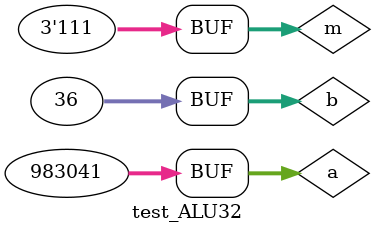
<source format=v>
module test_ALU32;

wire [31:0]result; 
reg [31:0]a, b; 
reg [2:0] m; 
 ALU_32 ad(result, a, b, m); 
initial begin 
     a=32'h102 ;b='hc0f ;m=0;
#100 m=1;
#100 m=2;
#100 m=4;
#100 m=5;
#100 m=6;
#100 a='hf0001;b='h24;
#100 m=3;
#100 m=7;
end
endmodule

</source>
